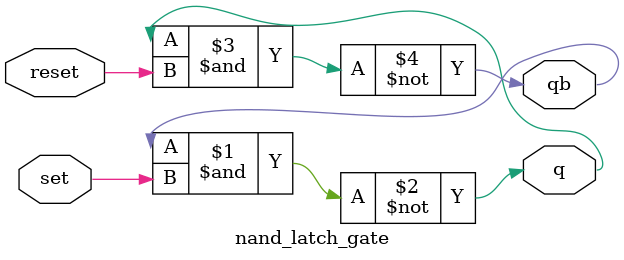
<source format=v>
`timescale 1ns / 1ps


module nand_latch_gate(q,qb,set,reset);
input set,reset;
output q,qb;
nand g1(q,qb,set);
nand g2(qb,q,reset);
endmodule

</source>
